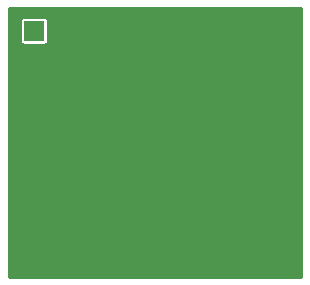
<source format=gbl>
G04 #@! TF.GenerationSoftware,KiCad,Pcbnew,(5.0.1)-4*
G04 #@! TF.CreationDate,2019-05-31T15:51:02-07:00*
G04 #@! TF.ProjectId,Fanout_circuit,46616E6F75745F636972637569742E6B,rev?*
G04 #@! TF.SameCoordinates,Original*
G04 #@! TF.FileFunction,Copper,L4,Bot,Signal*
G04 #@! TF.FilePolarity,Positive*
%FSLAX46Y46*%
G04 Gerber Fmt 4.6, Leading zero omitted, Abs format (unit mm)*
G04 Created by KiCad (PCBNEW (5.0.1)-4) date 5/31/2019 3:51:02 PM*
%MOMM*%
%LPD*%
G01*
G04 APERTURE LIST*
G04 #@! TA.AperFunction,ComponentPad*
%ADD10O,1.700000X1.700000*%
G04 #@! TD*
G04 #@! TA.AperFunction,ComponentPad*
%ADD11R,1.700000X1.700000*%
G04 #@! TD*
G04 #@! TA.AperFunction,ViaPad*
%ADD12C,0.800000*%
G04 #@! TD*
G04 #@! TA.AperFunction,Conductor*
%ADD13C,0.267000*%
G04 #@! TD*
G04 #@! TA.AperFunction,Conductor*
%ADD14C,0.250000*%
G04 #@! TD*
G04 #@! TA.AperFunction,Conductor*
%ADD15C,0.254000*%
G04 #@! TD*
G04 APERTURE END LIST*
D10*
G04 #@! TO.P,J3,2*
G04 #@! TO.N,GND*
X119790000Y-74050000D03*
D11*
G04 #@! TO.P,J3,1*
G04 #@! TO.N,+5V*
X117250000Y-74050000D03*
G04 #@! TD*
D12*
G04 #@! TO.N,GND*
X118975000Y-81725000D03*
X116575000Y-84125000D03*
X119025000Y-86325000D03*
X116600000Y-88500000D03*
X119175000Y-88525000D03*
X121425000Y-88450000D03*
X124500000Y-88500000D03*
X127750000Y-90725000D03*
X124575000Y-90675000D03*
X121475000Y-90850000D03*
X118850000Y-90650000D03*
X116575000Y-90675000D03*
X116550000Y-93350000D03*
X119025000Y-93325000D03*
X122025000Y-93325000D03*
X125250000Y-93325000D03*
X128175000Y-93250000D03*
X131350000Y-93325000D03*
X134875000Y-93325000D03*
X116575000Y-79375000D03*
X118975000Y-79425000D03*
X121625000Y-79475000D03*
X121600000Y-77300000D03*
X124850000Y-77300000D03*
X124925000Y-80300000D03*
X122650000Y-73250000D03*
X123250000Y-81650000D03*
X123075000Y-83175000D03*
X124300000Y-83200000D03*
X125375000Y-83200000D03*
X126325000Y-82550000D03*
X127100000Y-81800000D03*
X127825000Y-81050000D03*
X128600000Y-80200000D03*
X129700000Y-80100000D03*
X130925000Y-80075000D03*
X132250000Y-80050000D03*
X128175000Y-77375000D03*
X134125000Y-77700000D03*
X136550000Y-75750000D03*
X134075000Y-75725000D03*
X131850000Y-75750000D03*
X134150000Y-82500000D03*
X138600000Y-82525000D03*
X138625000Y-77825000D03*
X136575000Y-80100000D03*
X138525000Y-85450000D03*
X138525000Y-87950000D03*
X138525000Y-90325000D03*
X136550000Y-87750000D03*
X134325000Y-85525000D03*
X138600000Y-80025000D03*
X138525000Y-75750000D03*
X138600000Y-73500000D03*
X135300000Y-73500000D03*
X132575000Y-73450000D03*
X123325000Y-86350000D03*
X123100000Y-84850000D03*
X124200000Y-84850000D03*
X125275000Y-84875000D03*
X126225000Y-85400000D03*
X127050000Y-86225000D03*
X127875000Y-87050000D03*
X128725000Y-87875000D03*
X129900000Y-87900000D03*
X131075000Y-87925000D03*
X132225000Y-87925000D03*
X127050000Y-84000000D03*
X127875000Y-83100000D03*
X127833015Y-84866985D03*
X130075000Y-81600000D03*
X130250000Y-84025000D03*
X130000000Y-86325000D03*
X136575000Y-92150000D03*
X138425000Y-92225000D03*
X134100000Y-90200000D03*
G04 #@! TD*
D13*
G04 #@! TO.N,GND*
X116600000Y-88500000D02*
X119150000Y-88500000D01*
X119150000Y-88500000D02*
X119175000Y-88525000D01*
X121425000Y-88450000D02*
X124450000Y-88450000D01*
X124450000Y-88450000D02*
X124500000Y-88500000D01*
X127900000Y-90875000D02*
X127750000Y-90725000D01*
X124575000Y-90675000D02*
X121650000Y-90675000D01*
X121650000Y-90675000D02*
X121475000Y-90850000D01*
X118850000Y-90650000D02*
X116600000Y-90650000D01*
X116600000Y-90650000D02*
X116575000Y-90675000D01*
X116550000Y-93350000D02*
X119000000Y-93350000D01*
X119000000Y-93350000D02*
X119025000Y-93325000D01*
X122025000Y-93325000D02*
X125250000Y-93325000D01*
X128175000Y-93250000D02*
X131275000Y-93250000D01*
X131275000Y-93250000D02*
X131350000Y-93325000D01*
X116575000Y-79375000D02*
X118925000Y-79375000D01*
X118925000Y-79375000D02*
X118975000Y-79425000D01*
X121625000Y-79475000D02*
X121625000Y-77325000D01*
X121625000Y-77325000D02*
X121600000Y-77300000D01*
X124850000Y-77300000D02*
X124850000Y-80225000D01*
X124850000Y-80225000D02*
X124925000Y-80300000D01*
D14*
X123250000Y-81650000D02*
X123250000Y-83000000D01*
X123250000Y-83000000D02*
X123075000Y-83175000D01*
X124300000Y-83200000D02*
X125375000Y-83200000D01*
X126325000Y-82550000D02*
X126350000Y-82550000D01*
X126350000Y-82550000D02*
X127100000Y-81800000D01*
X127825000Y-81050000D02*
X127825000Y-80975000D01*
X127825000Y-80975000D02*
X128600000Y-80200000D01*
X129700000Y-80100000D02*
X130900000Y-80100000D01*
X130900000Y-80100000D02*
X130925000Y-80075000D01*
X136550000Y-75750000D02*
X134100000Y-75750000D01*
X134100000Y-75750000D02*
X134075000Y-75725000D01*
X138600000Y-77850000D02*
X138625000Y-77825000D01*
X138525000Y-85450000D02*
X138525000Y-87950000D01*
X138600000Y-82525000D02*
X138600000Y-80025000D01*
X138600000Y-80025000D02*
X138600000Y-77850000D01*
X138625000Y-77825000D02*
X138625000Y-75850000D01*
X138625000Y-75850000D02*
X138525000Y-75750000D01*
X138600000Y-73500000D02*
X135300000Y-73500000D01*
X123325000Y-86350000D02*
X123325000Y-85075000D01*
X123325000Y-85075000D02*
X123100000Y-84850000D01*
X124200000Y-84850000D02*
X125250000Y-84850000D01*
X125250000Y-84850000D02*
X125275000Y-84875000D01*
X126225000Y-85400000D02*
X127050000Y-86225000D01*
X127875000Y-87050000D02*
X127900000Y-87050000D01*
X127900000Y-87050000D02*
X128725000Y-87875000D01*
X129900000Y-87900000D02*
X131050000Y-87900000D01*
X131050000Y-87900000D02*
X131075000Y-87925000D01*
X126225000Y-85400000D02*
X126225000Y-84825000D01*
X126225000Y-84825000D02*
X127050000Y-84000000D01*
X127875000Y-83100000D02*
X127875000Y-84825000D01*
X127875000Y-84825000D02*
X127833015Y-84866985D01*
X130075000Y-81600000D02*
X130075000Y-83850000D01*
X130075000Y-83850000D02*
X130250000Y-84025000D01*
X136575000Y-92150000D02*
X138350000Y-92150000D01*
X138350000Y-92150000D02*
X138425000Y-92225000D01*
G04 #@! TD*
D15*
G04 #@! TO.N,GND*
G36*
X139873000Y-94873000D02*
X115127000Y-94873000D01*
X115127000Y-73200000D01*
X116066594Y-73200000D01*
X116066594Y-74900000D01*
X116091973Y-75027589D01*
X116164246Y-75135754D01*
X116272411Y-75208027D01*
X116400000Y-75233406D01*
X118100000Y-75233406D01*
X118227589Y-75208027D01*
X118335754Y-75135754D01*
X118408027Y-75027589D01*
X118433406Y-74900000D01*
X118433406Y-73200000D01*
X118408027Y-73072411D01*
X118335754Y-72964246D01*
X118227589Y-72891973D01*
X118100000Y-72866594D01*
X116400000Y-72866594D01*
X116272411Y-72891973D01*
X116164246Y-72964246D01*
X116091973Y-73072411D01*
X116066594Y-73200000D01*
X115127000Y-73200000D01*
X115127000Y-72127000D01*
X139873000Y-72127000D01*
X139873000Y-94873000D01*
X139873000Y-94873000D01*
G37*
X139873000Y-94873000D02*
X115127000Y-94873000D01*
X115127000Y-73200000D01*
X116066594Y-73200000D01*
X116066594Y-74900000D01*
X116091973Y-75027589D01*
X116164246Y-75135754D01*
X116272411Y-75208027D01*
X116400000Y-75233406D01*
X118100000Y-75233406D01*
X118227589Y-75208027D01*
X118335754Y-75135754D01*
X118408027Y-75027589D01*
X118433406Y-74900000D01*
X118433406Y-73200000D01*
X118408027Y-73072411D01*
X118335754Y-72964246D01*
X118227589Y-72891973D01*
X118100000Y-72866594D01*
X116400000Y-72866594D01*
X116272411Y-72891973D01*
X116164246Y-72964246D01*
X116091973Y-73072411D01*
X116066594Y-73200000D01*
X115127000Y-73200000D01*
X115127000Y-72127000D01*
X139873000Y-72127000D01*
X139873000Y-94873000D01*
G04 #@! TD*
M02*

</source>
